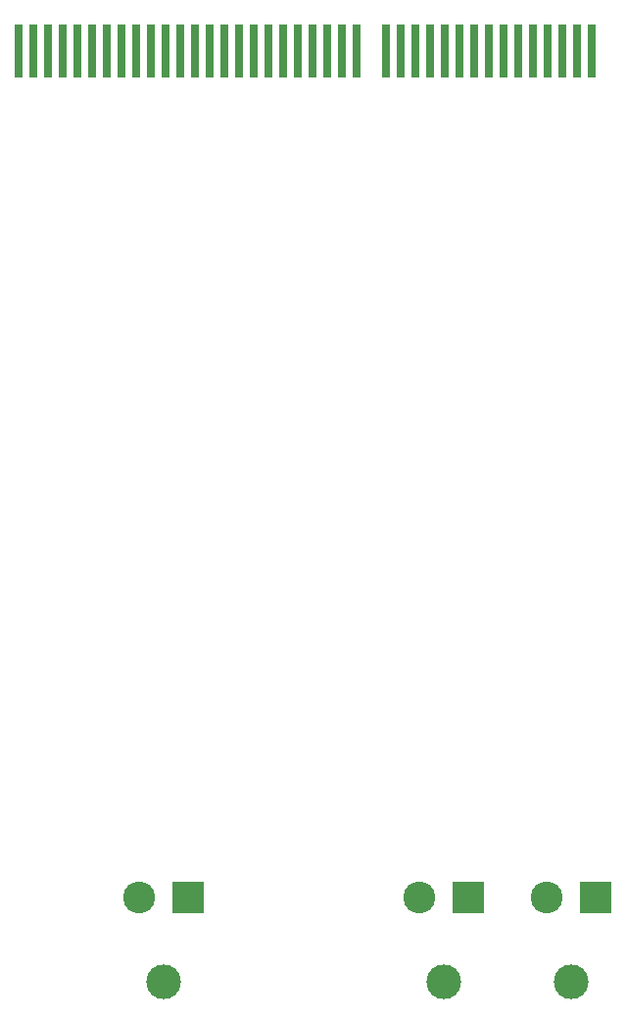
<source format=gbr>
%TF.GenerationSoftware,Altium Limited,Altium Designer,22.11.1 (43)*%
G04 Layer_Color=255*
%FSLAX45Y45*%
%MOMM*%
%TF.SameCoordinates,F2FF868D-8EDF-4B6E-A412-4C3DA5591A8F*%
%TF.FilePolarity,Positive*%
%TF.FileFunction,Pads,Bot*%
%TF.Part,Single*%
G01*
G75*
%TA.AperFunction,SMDPad,CuDef*%
%ADD18R,0.66000X4.57200*%
%TA.AperFunction,ComponentPad*%
%ADD23C,3.00000*%
%ADD24R,2.75000X2.75000*%
%ADD25C,2.75000*%
D18*
X5238700Y9760000D02*
D03*
X7270700D02*
D03*
X7143700D02*
D03*
X7016700D02*
D03*
X6889700D02*
D03*
X6762700D02*
D03*
X6635700D02*
D03*
X6508700D02*
D03*
X6381700D02*
D03*
X6254700D02*
D03*
X6127700D02*
D03*
X6000700D02*
D03*
X5873700D02*
D03*
X5746700D02*
D03*
X5619700D02*
D03*
X5492700D02*
D03*
X5111700D02*
D03*
X4984700D02*
D03*
X4857700D02*
D03*
X4730700D02*
D03*
X4603700D02*
D03*
X4476700D02*
D03*
X4349700D02*
D03*
X4222700D02*
D03*
X4095700D02*
D03*
X3968700D02*
D03*
X3841700D02*
D03*
X3714700D02*
D03*
X3587700D02*
D03*
X3460700D02*
D03*
X3333700D02*
D03*
X3206700D02*
D03*
X3079700D02*
D03*
X2952700D02*
D03*
X2825700D02*
D03*
X2698700D02*
D03*
X2571700D02*
D03*
X2444700D02*
D03*
X2317700D02*
D03*
D23*
X5990000Y1720000D02*
D03*
X3570000D02*
D03*
X7090000D02*
D03*
D24*
X6200000Y2450000D02*
D03*
X3780000D02*
D03*
X7300000D02*
D03*
D25*
X5780000D02*
D03*
X3360000D02*
D03*
X6880000D02*
D03*
%TF.MD5,dcd2aa671d6fcabb0fde41f4d285ce6f*%
M02*

</source>
